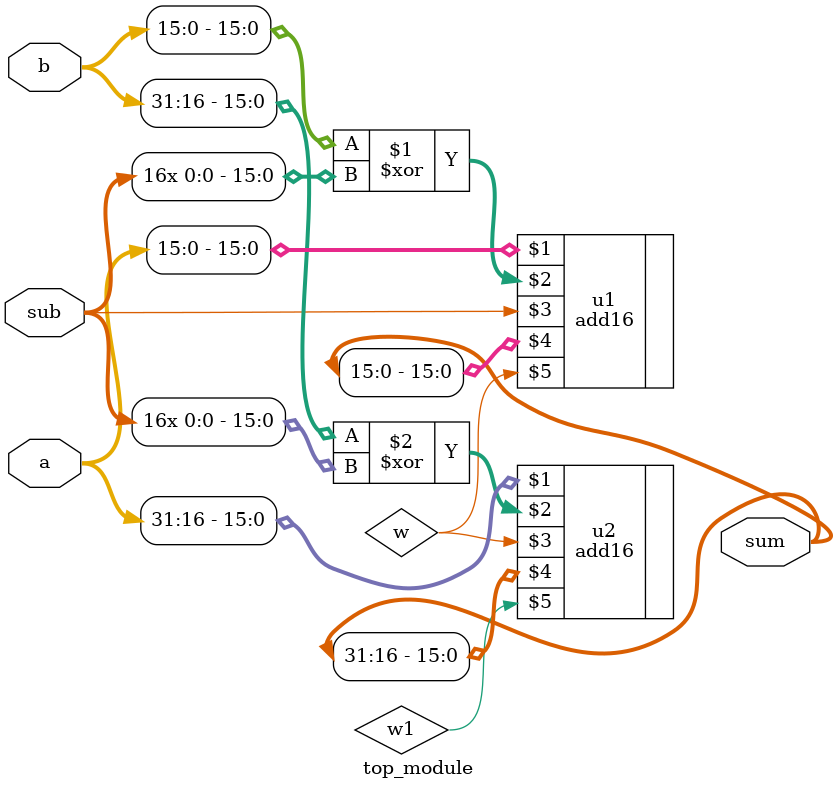
<source format=v>
module top_module (
    input [31:0] a, b,
    input sub,
    output [31:0] sum );
    wire w, w1;
    add16 u1(a[15:0], (b[15:0]^{16{sub}}), sub, sum[15:0], w);
    add16 u2(a[31:16], (b[31:16]^{16{sub}}), w, sum[31:16], w1);
endmodule

</source>
